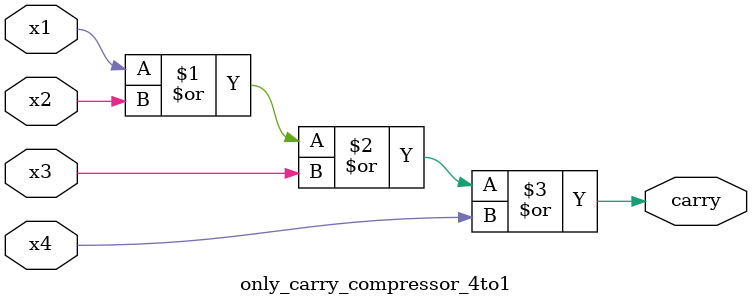
<source format=v>
module only_carry_compressor_2to1(
    input x1,
    input x2,
    output carry
);

    assign carry = x1 | x2;
endmodule


/************************************************************************************/  
module only_carry_compressor_3to1(
    input x1,
    input x2,
    input x3,
    output carry
);

    assign carry = x1 | x2 | x3;
endmodule

/************************************************************************************/  

module only_carry_compressor_4to1(
    input x1,
    input x2,
    input x3,
    input x4,
    output carry
);

    assign carry = x1 | x2 | x3 | x4;
endmodule

</source>
